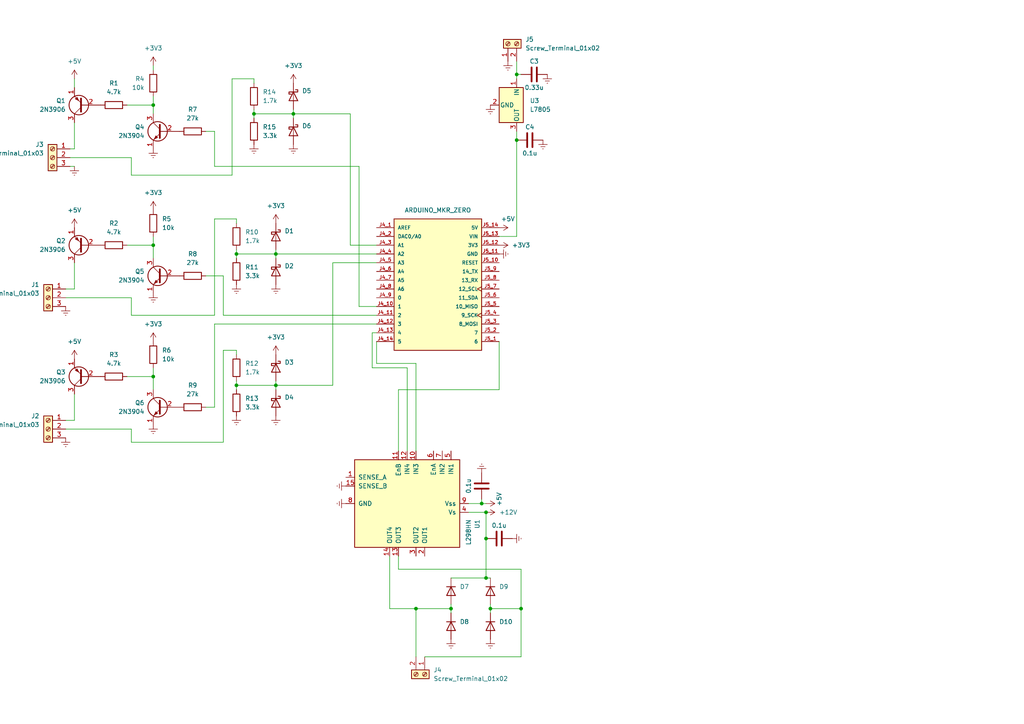
<source format=kicad_sch>
(kicad_sch (version 20211123) (generator eeschema)
  (paper "A4")
  (lib_symbols
    (symbol "ARDUINO_MKR_ZERO:ARDUINO_MKR_ZERO" (pin_names (offset 1.016))
      (property "Reference" "U" (at -12.7 21.082 0))
      (property "Value" "ARDUINO_MKR_ZERO" (at -12.7 -20.32 0))
      (symbol "ARDUINO_MKR_ZERO_0_0"
        (rectangle (start -12.7 -17.78) (end 12.7 20.32) (stroke (width 0.254)) (fill (type background)))
        (pin bidirectional line (at -17.78 17.78 0) (length 5.08) (name "AREF") (number "J4_1"))
        (pin bidirectional line (at -17.78 -5.08 0) (length 5.08) (name "1") (number "J4_10"))
        (pin bidirectional line (at -17.78 -7.62 0) (length 5.08) (name "2") (number "J4_11"))
        (pin bidirectional line (at -17.78 -10.16 0) (length 5.08) (name "3") (number "J4_12"))
        (pin bidirectional line (at -17.78 -12.7 0) (length 5.08) (name "4") (number "J4_13"))
        (pin bidirectional line (at -17.78 -15.24 0) (length 5.08) (name "5") (number "J4_14"))
        (pin bidirectional line (at -17.78 15.24 0) (length 5.08) (name "DAC0/A0") (number "J4_2"))
        (pin bidirectional line (at -17.78 12.7 0) (length 5.08) (name "A1") (number "J4_3"))
        (pin bidirectional line (at -17.78 10.16 0) (length 5.08) (name "A2") (number "J4_4"))
        (pin bidirectional line (at -17.78 7.62 0) (length 5.08) (name "A3") (number "J4_5"))
        (pin bidirectional line (at -17.78 5.08 0) (length 5.08) (name "A4") (number "J4_6"))
        (pin bidirectional line (at -17.78 2.54 0) (length 5.08) (name "A5") (number "J4_7"))
        (pin bidirectional line (at -17.78 0 0) (length 5.08) (name "A6") (number "J4_8"))
        (pin bidirectional line (at -17.78 -2.54 0) (length 5.08) (name "0") (number "J4_9"))
        (pin bidirectional line (at 17.78 -15.24 180) (length 5.08) (name "6") (number "J5_1"))
        (pin bidirectional line (at 17.78 7.62 180) (length 5.08) (name "RESET") (number "J5_10"))
        (pin power_in line (at 17.78 10.16 180) (length 5.08) (name "GND") (number "J5_11"))
        (pin power_in line (at 17.78 12.7 180) (length 5.08) (name "3V3") (number "J5_12"))
        (pin power_in line (at 17.78 15.24 180) (length 5.08) (name "VIN") (number "J5_13"))
        (pin power_in line (at 17.78 17.78 180) (length 5.08) (name "5V") (number "J5_14"))
        (pin bidirectional line (at 17.78 -12.7 180) (length 5.08) (name "7") (number "J5_2"))
        (pin bidirectional line (at 17.78 -10.16 180) (length 5.08) (name "8_MOSI") (number "J5_3"))
        (pin bidirectional clock (at 17.78 -7.62 180) (length 5.08) (name "9_SCK") (number "J5_4"))
        (pin bidirectional line (at 17.78 -5.08 180) (length 5.08) (name "10_MISO") (number "J5_5"))
        (pin bidirectional line (at 17.78 -2.54 180) (length 5.08) (name "11_SDA") (number "J5_6"))
        (pin bidirectional clock (at 17.78 0 180) (length 5.08) (name "12_SCL") (number "J5_7"))
        (pin input line (at 17.78 2.54 180) (length 5.08) (name "13_RX") (number "J5_8"))
        (pin output line (at 17.78 5.08 180) (length 5.08) (name "14_TX") (number "J5_9"))
      )
    )
    (symbol "Connector:Screw_Terminal_01x02" (pin_names (offset 1.016) hide)
      (property "Reference" "J" (at 0 2.54 0))
      (property "Value" "Screw_Terminal_01x02" (at 0 -5.08 0))
      (symbol "Screw_Terminal_01x02_1_1"
        (rectangle (start -1.27 1.27) (end 1.27 -3.81) (stroke (width 0.254)) (fill (type background)))
        (circle (center 0 -2.54) (radius 0.635) (stroke (width 0.1524)))
        (polyline (pts (xy -0.5334 -2.2098) (xy 0.3302 -3.048)) (stroke (width 0.1524)))
        (polyline (pts (xy -0.5334 0.3302) (xy 0.3302 -0.508)) (stroke (width 0.1524)))
        (polyline (pts (xy -0.3556 -2.032) (xy 0.508 -2.8702)) (stroke (width 0.1524)))
        (polyline (pts (xy -0.3556 0.508) (xy 0.508 -0.3302)) (stroke (width 0.1524)))
        (circle (center 0 0) (radius 0.635) (stroke (width 0.1524)))
        (pin passive line (at -5.08 0 0) (length 3.81) (name "Pin_1") (number "1"))
        (pin passive line (at -5.08 -2.54 0) (length 3.81) (name "Pin_2") (number "2"))
      )
    )
    (symbol "Connector:Screw_Terminal_01x03" (pin_names (offset 1.016) hide)
      (property "Reference" "J" (at 0 5.08 0))
      (property "Value" "Screw_Terminal_01x03" (at 0 -5.08 0))
      (symbol "Screw_Terminal_01x03_1_1"
        (rectangle (start -1.27 3.81) (end 1.27 -3.81) (stroke (width 0.254)) (fill (type background)))
        (circle (center 0 -2.54) (radius 0.635) (stroke (width 0.1524)))
        (polyline (pts (xy -0.5334 -2.2098) (xy 0.3302 -3.048)) (stroke (width 0.1524)))
        (polyline (pts (xy -0.5334 0.3302) (xy 0.3302 -0.508)) (stroke (width 0.1524)))
        (polyline (pts (xy -0.5334 2.8702) (xy 0.3302 2.032)) (stroke (width 0.1524)))
        (polyline (pts (xy -0.3556 -2.032) (xy 0.508 -2.8702)) (stroke (width 0.1524)))
        (polyline (pts (xy -0.3556 0.508) (xy 0.508 -0.3302)) (stroke (width 0.1524)))
        (polyline (pts (xy -0.3556 3.048) (xy 0.508 2.2098)) (stroke (width 0.1524)))
        (circle (center 0 0) (radius 0.635) (stroke (width 0.1524)))
        (circle (center 0 2.54) (radius 0.635) (stroke (width 0.1524)))
        (pin passive line (at -5.08 2.54 0) (length 3.81) (name "Pin_1") (number "1"))
        (pin passive line (at -5.08 0 0) (length 3.81) (name "Pin_2") (number "2"))
        (pin passive line (at -5.08 -2.54 0) (length 3.81) (name "Pin_3") (number "3"))
      )
    )
    (symbol "Device:C" (pin_numbers hide) (pin_names (offset 0.254))
      (property "Reference" "C" (at 0.635 2.54 0))
      (property "Value" "C" (at 0.635 -2.54 0))
      (symbol "C_0_1"
        (polyline (pts (xy -2.032 -0.762) (xy 2.032 -0.762)) (stroke (width 0.508)))
        (polyline (pts (xy -2.032 0.762) (xy 2.032 0.762)) (stroke (width 0.508)))
      )
      (symbol "C_1_1"
        (pin passive line (at 0 3.81 270) (length 2.794) (name "~") (number "1"))
        (pin passive line (at 0 -3.81 90) (length 2.794) (name "~") (number "2"))
      )
    )
    (symbol "Device:R" (pin_numbers hide) (pin_names (offset 0))
      (property "Reference" "R" (at 2.032 0 90))
      (property "Value" "R" (at 0 0 90))
      (symbol "R_0_1"
        (rectangle (start -1.016 -2.54) (end 1.016 2.54) (stroke (width 0.254)))
      )
      (symbol "R_1_1"
        (pin passive line (at 0 3.81 270) (length 1.27) (name "~") (number "1"))
        (pin passive line (at 0 -3.81 90) (length 1.27) (name "~") (number "2"))
      )
    )
    (symbol "Diode:1N4007" (pin_numbers hide) (pin_names (offset 1.016) hide)
      (property "Reference" "D" (at 0 2.54 0))
      (property "Value" "1N4007" (at 0 -2.54 0))
      (symbol "1N4007_0_1"
        (polyline (pts (xy -1.27 1.27) (xy -1.27 -1.27)) (stroke (width 0.254)))
        (polyline (pts (xy 1.27 0) (xy -1.27 0)))
        (polyline (pts (xy 1.27 1.27) (xy 1.27 -1.27) (xy -1.27 0) (xy 1.27 1.27)) (stroke (width 0.254)))
      )
      (symbol "1N4007_1_1"
        (pin passive line (at -3.81 0 0) (length 2.54) (name "K") (number "1"))
        (pin passive line (at 3.81 0 180) (length 2.54) (name "A") (number "2"))
      )
    )
    (symbol "Diode:1N5711UR" (pin_numbers hide) (pin_names (offset 1.016) hide)
      (property "Reference" "D" (at 0 2.54 0))
      (property "Value" "1N5711UR" (at 0 -2.54 0))
      (symbol "1N5711UR_0_1"
        (polyline (pts (xy 1.27 0) (xy -1.27 0)))
        (polyline (pts (xy 1.27 1.27) (xy 1.27 -1.27) (xy -1.27 0) (xy 1.27 1.27)) (stroke (width 0.254)))
        (polyline (pts (xy -1.905 0.635) (xy -1.905 1.27) (xy -1.27 1.27) (xy -1.27 -1.27) (xy -0.635 -1.27) (xy -0.635 -0.635)) (stroke (width 0.254)))
      )
      (symbol "1N5711UR_1_1"
        (pin passive line (at -3.81 0 0) (length 2.54) (name "K") (number "1"))
        (pin passive line (at 3.81 0 180) (length 2.54) (name "A") (number "2"))
      )
    )
    (symbol "Driver_Motor:L298HN" (pin_names (offset 1.016))
      (property "Reference" "U" (at -10.16 16.51 0))
      (property "Value" "L298HN" (at 12.7 16.51 0))
      (symbol "L298HN_0_1"
        (rectangle (start -12.7 15.24) (end 12.7 -15.24) (stroke (width 0.254)) (fill (type background)))
      )
      (symbol "L298HN_1_1"
        (pin power_in line (at -7.62 -17.78 90) (length 2.54) (name "SENSE_A") (number "1"))
        (pin input line (at -15.24 2.54 0) (length 2.54) (name "IN3") (number "10"))
        (pin input line (at -15.24 -2.54 0) (length 2.54) (name "EnB") (number "11"))
        (pin input line (at -15.24 0 0) (length 2.54) (name "IN4") (number "12"))
        (pin output line (at 15.24 -2.54 180) (length 2.54) (name "OUT3") (number "13"))
        (pin output line (at 15.24 -5.08 180) (length 2.54) (name "OUT4") (number "14"))
        (pin power_in line (at -5.08 -17.78 90) (length 2.54) (name "SENSE_B") (number "15"))
        (pin output line (at 15.24 5.08 180) (length 2.54) (name "OUT1") (number "2"))
        (pin output line (at 15.24 2.54 180) (length 2.54) (name "OUT2") (number "3"))
        (pin power_in line (at 2.54 17.78 270) (length 2.54) (name "Vs") (number "4"))
        (pin input line (at -15.24 12.7 0) (length 2.54) (name "IN1") (number "5"))
        (pin input line (at -15.24 7.62 0) (length 2.54) (name "EnA") (number "6"))
        (pin input line (at -15.24 10.16 0) (length 2.54) (name "IN2") (number "7"))
        (pin power_in line (at 0 -17.78 90) (length 2.54) (name "GND") (number "8"))
        (pin power_in line (at 0 17.78 270) (length 2.54) (name "Vss") (number "9"))
      )
    )
    (symbol "Regulator_Linear:L7805" (pin_names (offset 0.254))
      (property "Reference" "U" (at -3.81 3.175 0))
      (property "Value" "L7805" (at 0 3.175 0))
      (symbol "L7805_0_1"
        (rectangle (start -5.08 1.905) (end 5.08 -5.08) (stroke (width 0.254)) (fill (type background)))
      )
      (symbol "L7805_1_1"
        (pin power_in line (at -7.62 0 0) (length 2.54) (name "IN") (number "1"))
        (pin power_in line (at 0 -7.62 90) (length 2.54) (name "GND") (number "2"))
        (pin power_out line (at 7.62 0 180) (length 2.54) (name "OUT") (number "3"))
      )
    )
    (symbol "Transistor_BJT:2N3904" (pin_names (offset 0) hide)
      (property "Reference" "Q" (at 5.08 1.905 0))
      (property "Value" "2N3904" (at 5.08 0 0))
      (symbol "2N3904_0_1"
        (polyline (pts (xy 0.635 0.635) (xy 2.54 2.54)))
        (polyline (pts (xy 0.635 -0.635) (xy 2.54 -2.54) (xy 2.54 -2.54)))
        (polyline (pts (xy 0.635 1.905) (xy 0.635 -1.905) (xy 0.635 -1.905)) (stroke (width 0.508)))
        (polyline (pts (xy 1.27 -1.778) (xy 1.778 -1.27) (xy 2.286 -2.286) (xy 1.27 -1.778) (xy 1.27 -1.778)) (fill (type outline)))
        (circle (center 1.27 0) (radius 2.8194) (stroke (width 0.254)))
      )
      (symbol "2N3904_1_1"
        (pin passive line (at 2.54 -5.08 90) (length 2.54) (name "E") (number "1"))
        (pin passive line (at -5.08 0 0) (length 5.715) (name "B") (number "2"))
        (pin passive line (at 2.54 5.08 270) (length 2.54) (name "C") (number "3"))
      )
    )
    (symbol "Transistor_BJT:2N3906" (pin_names (offset 0) hide)
      (property "Reference" "Q" (at 5.08 1.905 0))
      (property "Value" "2N3906" (at 5.08 0 0))
      (symbol "2N3906_0_1"
        (polyline (pts (xy 0.635 0.635) (xy 2.54 2.54)))
        (polyline (pts (xy 0.635 -0.635) (xy 2.54 -2.54) (xy 2.54 -2.54)))
        (polyline (pts (xy 0.635 1.905) (xy 0.635 -1.905) (xy 0.635 -1.905)) (stroke (width 0.508)))
        (polyline (pts (xy 2.286 -1.778) (xy 1.778 -2.286) (xy 1.27 -1.27) (xy 2.286 -1.778) (xy 2.286 -1.778)) (fill (type outline)))
        (circle (center 1.27 0) (radius 2.8194) (stroke (width 0.254)))
      )
      (symbol "2N3906_1_1"
        (pin passive line (at 2.54 -5.08 90) (length 2.54) (name "E") (number "1"))
        (pin input line (at -5.08 0 0) (length 5.715) (name "B") (number "2"))
        (pin passive line (at 2.54 5.08 270) (length 2.54) (name "C") (number "3"))
      )
    )
    (symbol "power:+12V" (power) (pin_names (offset 0))
      (property "Value" "+12V" (at 0 3.556 0))
      (symbol "+12V_0_1"
        (polyline (pts (xy -0.762 1.27) (xy 0 2.54)))
        (polyline (pts (xy 0 0) (xy 0 2.54)))
        (polyline (pts (xy 0 2.54) (xy 0.762 1.27)))
      )
      (symbol "+12V_1_1"
        (pin power_in line (at 0 0 90) (length 0) hide (name "+12V") (number "1"))
      )
    )
    (symbol "power:+3.3V" (power) (pin_names (offset 0))
      (property "Value" "+3.3V" (at 0 3.556 0))
      (symbol "+3.3V_0_1"
        (polyline (pts (xy -0.762 1.27) (xy 0 2.54)))
        (polyline (pts (xy 0 0) (xy 0 2.54)))
        (polyline (pts (xy 0 2.54) (xy 0.762 1.27)))
      )
      (symbol "+3.3V_1_1"
        (pin power_in line (at 0 0 90) (length 0) hide (name "+3V3") (number "1"))
      )
    )
    (symbol "power:+5V" (power) (pin_names (offset 0))
      (property "Value" "+5V" (at 0 3.556 0))
      (symbol "+5V_0_1"
        (polyline (pts (xy -0.762 1.27) (xy 0 2.54)))
        (polyline (pts (xy 0 0) (xy 0 2.54)))
        (polyline (pts (xy 0 2.54) (xy 0.762 1.27)))
      )
      (symbol "+5V_1_1"
        (pin power_in line (at 0 0 90) (length 0) hide (name "+5V") (number "1"))
      )
    )
    (symbol "power:Earth" (power) (pin_names (offset 0))
      (symbol "Earth_0_1"
        (polyline (pts (xy -0.635 -1.905) (xy 0.635 -1.905)))
        (polyline (pts (xy -0.127 -2.54) (xy 0.127 -2.54)))
        (polyline (pts (xy 0 -1.27) (xy 0 0)))
        (polyline (pts (xy 1.27 -1.27) (xy -1.27 -1.27)))
      )
      (symbol "Earth_1_1"
        (pin power_in line (at 0 0 270) (length 0) hide (name "Earth") (number "1"))
      )
    )
  )
  (junction (at 80.01 111.76))
  (junction (at 140.97 156.21))
  (junction (at 139.7 146.05))
  (junction (at 142.24 176.53))
  (junction (at 140.97 148.59))
  (junction (at 120.65 176.53))
  (junction (at 44.45 30.48))
  (junction (at 68.58 111.76))
  (junction (at 44.45 71.12))
  (junction (at 130.81 176.53))
  (junction (at 149.86 40.64))
  (junction (at 151.13 176.53))
  (junction (at 73.66 33.02))
  (junction (at 149.86 21.59))
  (junction (at 44.45 109.22))
  (junction (at 68.58 73.66))
  (junction (at 85.09 33.02))
  (junction (at 140.97 167.64))
  (junction (at 80.01 73.66))
  (wire (pts (xy 19.05 124.46) (xy 38.1 124.46)))
  (wire (pts (xy 38.1 124.46) (xy 38.1 128.27)))
  (wire (pts (xy 19.05 83.82) (xy 21.59 83.82)))
  (wire (pts (xy 142.24 176.53) (xy 142.24 177.8)))
  (wire (pts (xy 120.65 190.5) (xy 120.65 176.53)))
  (wire (pts (xy 68.58 110.49) (xy 68.58 111.76)))
  (wire (pts (xy 113.03 176.53) (xy 120.65 176.53)))
  (wire (pts (xy 73.66 22.86) (xy 73.66 24.13)))
  (wire (pts (xy 38.1 45.72) (xy 38.1 50.8)))
  (wire (pts (xy 130.81 176.53) (xy 130.81 177.8)))
  (wire (pts (xy 68.58 63.5) (xy 68.58 64.77)))
  (wire (pts (xy 140.97 156.21) (xy 140.97 167.64)))
  (wire (pts (xy 130.81 175.26) (xy 130.81 176.53)))
  (wire (pts (xy 62.23 118.11) (xy 62.23 93.98)))
  (wire (pts (xy 104.14 48.26) (xy 104.14 88.9)))
  (wire (pts (xy 149.86 40.64) (xy 149.86 68.58)))
  (wire (pts (xy 149.86 68.58) (xy 144.78 68.58)))
  (wire (pts (xy 118.11 106.68) (xy 107.95 106.68)))
  (wire (pts (xy 62.23 91.44) (xy 62.23 63.5)))
  (wire (pts (xy 73.66 33.02) (xy 85.09 33.02)))
  (wire (pts (xy 68.58 111.76) (xy 80.01 111.76)))
  (wire (pts (xy 62.23 48.26) (xy 104.14 48.26)))
  (wire (pts (xy 142.24 175.26) (xy 142.24 176.53)))
  (wire (pts (xy 96.52 111.76) (xy 96.52 76.2)))
  (wire (pts (xy 20.32 45.72) (xy 38.1 45.72)))
  (wire (pts (xy 68.58 101.6) (xy 68.58 102.87)))
  (wire (pts (xy 21.59 43.18) (xy 20.32 43.18)))
  (wire (pts (xy 67.31 50.8) (xy 67.31 22.86)))
  (wire (pts (xy 80.01 110.49) (xy 80.01 111.76)))
  (wire (pts (xy 140.97 148.59) (xy 140.97 156.21)))
  (wire (pts (xy 21.59 48.26) (xy 20.32 48.26)))
  (wire (pts (xy 115.57 165.1) (xy 151.13 165.1)))
  (wire (pts (xy 19.05 86.36) (xy 38.1 86.36)))
  (wire (pts (xy 142.24 167.64) (xy 140.97 167.64)))
  (wire (pts (xy 140.97 146.05) (xy 139.7 146.05)))
  (wire (pts (xy 104.14 88.9) (xy 109.22 88.9)))
  (wire (pts (xy 64.77 128.27) (xy 64.77 101.6)))
  (wire (pts (xy 107.95 96.52) (xy 109.22 96.52)))
  (wire (pts (xy 139.7 146.05) (xy 135.89 146.05)))
  (wire (pts (xy 85.09 33.02) (xy 101.6 33.02)))
  (wire (pts (xy 149.86 17.78) (xy 149.86 21.59)))
  (wire (pts (xy 130.81 167.64) (xy 140.97 167.64)))
  (wire (pts (xy 44.45 19.05) (xy 44.45 20.32)))
  (wire (pts (xy 115.57 113.03) (xy 144.78 113.03)))
  (wire (pts (xy 68.58 73.66) (xy 68.58 74.93)))
  (wire (pts (xy 21.59 22.86) (xy 21.59 25.4)))
  (wire (pts (xy 139.7 144.78) (xy 139.7 146.05)))
  (wire (pts (xy 135.89 148.59) (xy 140.97 148.59)))
  (wire (pts (xy 62.23 38.1) (xy 62.23 48.26)))
  (wire (pts (xy 80.01 111.76) (xy 80.01 113.03)))
  (wire (pts (xy 44.45 71.12) (xy 44.45 74.93)))
  (wire (pts (xy 149.86 21.59) (xy 151.13 21.59)))
  (wire (pts (xy 64.77 101.6) (xy 68.58 101.6)))
  (wire (pts (xy 120.65 105.41) (xy 109.22 105.41)))
  (wire (pts (xy 21.59 76.2) (xy 21.59 83.82)))
  (wire (pts (xy 38.1 91.44) (xy 62.23 91.44)))
  (wire (pts (xy 62.23 63.5) (xy 68.58 63.5)))
  (wire (pts (xy 151.13 165.1) (xy 151.13 176.53)))
  (wire (pts (xy 44.45 30.48) (xy 36.83 30.48)))
  (wire (pts (xy 62.23 93.98) (xy 109.22 93.98)))
  (wire (pts (xy 21.59 114.3) (xy 21.59 121.92)))
  (wire (pts (xy 67.31 22.86) (xy 73.66 22.86)))
  (wire (pts (xy 80.01 73.66) (xy 80.01 74.93)))
  (wire (pts (xy 21.59 35.56) (xy 21.59 43.18)))
  (wire (pts (xy 80.01 73.66) (xy 109.22 73.66)))
  (wire (pts (xy 144.78 113.03) (xy 144.78 99.06)))
  (wire (pts (xy 38.1 50.8) (xy 67.31 50.8)))
  (wire (pts (xy 115.57 161.29) (xy 115.57 165.1)))
  (wire (pts (xy 73.66 33.02) (xy 73.66 34.29)))
  (wire (pts (xy 149.86 38.1) (xy 149.86 40.64)))
  (wire (pts (xy 115.57 130.81) (xy 115.57 113.03)))
  (wire (pts (xy 19.05 121.92) (xy 21.59 121.92)))
  (wire (pts (xy 151.13 176.53) (xy 142.24 176.53)))
  (wire (pts (xy 44.45 27.94) (xy 44.45 30.48)))
  (wire (pts (xy 59.69 38.1) (xy 62.23 38.1)))
  (wire (pts (xy 96.52 76.2) (xy 109.22 76.2)))
  (wire (pts (xy 118.11 130.81) (xy 118.11 106.68)))
  (wire (pts (xy 113.03 161.29) (xy 113.03 176.53)))
  (wire (pts (xy 85.09 33.02) (xy 85.09 34.29)))
  (wire (pts (xy 68.58 73.66) (xy 80.01 73.66)))
  (wire (pts (xy 107.95 106.68) (xy 107.95 96.52)))
  (wire (pts (xy 44.45 71.12) (xy 36.83 71.12)))
  (wire (pts (xy 44.45 109.22) (xy 36.83 109.22)))
  (wire (pts (xy 123.19 190.5) (xy 151.13 190.5)))
  (wire (pts (xy 80.01 111.76) (xy 96.52 111.76)))
  (wire (pts (xy 120.65 130.81) (xy 120.65 105.41)))
  (wire (pts (xy 38.1 86.36) (xy 38.1 91.44)))
  (wire (pts (xy 44.45 68.58) (xy 44.45 71.12)))
  (wire (pts (xy 80.01 72.39) (xy 80.01 73.66)))
  (wire (pts (xy 109.22 105.41) (xy 109.22 99.06)))
  (wire (pts (xy 101.6 71.12) (xy 109.22 71.12)))
  (wire (pts (xy 68.58 111.76) (xy 68.58 113.03)))
  (wire (pts (xy 101.6 33.02) (xy 101.6 71.12)))
  (wire (pts (xy 68.58 72.39) (xy 68.58 73.66)))
  (wire (pts (xy 44.45 106.68) (xy 44.45 109.22)))
  (wire (pts (xy 59.69 118.11) (xy 62.23 118.11)))
  (wire (pts (xy 73.66 31.75) (xy 73.66 33.02)))
  (wire (pts (xy 44.45 30.48) (xy 44.45 33.02)))
  (wire (pts (xy 64.77 91.44) (xy 109.22 91.44)))
  (wire (pts (xy 64.77 80.01) (xy 64.77 91.44)))
  (wire (pts (xy 44.45 109.22) (xy 44.45 113.03)))
  (wire (pts (xy 149.86 21.59) (xy 149.86 22.86)))
  (wire (pts (xy 85.09 31.75) (xy 85.09 33.02)))
  (wire (pts (xy 120.65 176.53) (xy 130.81 176.53)))
  (wire (pts (xy 151.13 190.5) (xy 151.13 176.53)))
  (wire (pts (xy 59.69 80.01) (xy 64.77 80.01)))
  (wire (pts (xy 38.1 128.27) (xy 64.77 128.27)))
  (symbol (lib_id "power:Earth") (at 19.05 127 0) (mirror y) (unit 1)
    (property "Reference" "#PWR0125" (effects hide))
    (property "Value" "Earth" (effects hide))
  )
  (symbol (lib_id "power:+5V") (at 140.97 146.05 270) (unit 1)
    (property "Reference" "#PWR0133" (effects hide))
    (property "Value" "+5V" (at 144.78 144.78 0))
  )
  (symbol (lib_id "Device:R") (at 44.45 24.13 0) (mirror x) (unit 1)
    (property "Reference" "R4" (at 41.91 22.8599 0) (effects (justify right)))
    (property "Value" "10k" (at 41.91 25.3999 0) (effects (justify right)))
    (property "Footprint" "Resistor_SMD:R_1206_3216Metric_Pad1.30x1.75mm_HandSolder" (effects hide))
  )
  (symbol (lib_id "Diode:1N5711UR") (at 80.01 116.84 270) (unit 1)
    (property "Reference" "D4" (at 82.55 115.2524 90) (effects (justify left)))
    (property "Value" "1N5711UR" (effects hide))
    (property "Footprint" "Diode_SMD:D_1206_3216Metric_Pad1.42x1.75mm_HandSolder" (effects hide))
    (property "Datasheet" "https://www.microsemi.com/document-portal/doc_download/131890-lds-0040-1-datasheet" (effects hide))
  )
  (symbol (lib_id "Diode:1N5711UR") (at 80.01 68.58 270) (unit 1)
    (property "Reference" "D1" (at 82.55 66.9924 90) (effects (justify left)))
    (property "Value" "1N5711UR" (effects hide))
    (property "Footprint" "Diode_SMD:D_1206_3216Metric_Pad1.42x1.75mm_HandSolder" (effects hide))
    (property "Datasheet" "https://www.microsemi.com/document-portal/doc_download/131890-lds-0040-1-datasheet" (effects hide))
  )
  (symbol (lib_id "power:Earth") (at 147.32 17.78 0) (unit 1)
    (property "Reference" "#PWR0103" (effects hide))
    (property "Value" "Earth" (effects hide))
  )
  (symbol (lib_id "Regulator_Linear:L7805") (at 149.86 30.48 270) (unit 1)
    (property "Reference" "U3" (at 153.67 29.2099 90) (effects (justify left)))
    (property "Value" "L7805" (at 153.67 31.7499 90) (effects (justify left)))
    (property "Footprint" "Package_TO_SOT_THT:TO-220-3_Vertical" (effects hide))
    (property "Datasheet" "http://www.st.com/content/ccc/resource/technical/document/datasheet/41/4f/b3/b0/12/d4/47/88/CD00000444.pdf/files/CD00000444.pdf/jcr:content/translations/en.CD00000444.pdf" (effects hide))
  )
  (symbol (lib_id "power:Earth") (at 68.58 120.65 0) (mirror y) (unit 1)
    (property "Reference" "#PWR0120" (effects hide))
    (property "Value" "Earth" (effects hide))
  )
  (symbol (lib_id "power:Earth") (at 44.45 123.19 0) (mirror y) (unit 1)
    (property "Reference" "#PWR0122" (effects hide))
    (property "Value" "Earth" (effects hide))
  )
  (symbol (lib_id "Device:C") (at 153.67 40.64 90) (unit 1)
    (property "Reference" "C4" (at 153.67 36.83 90))
    (property "Value" "0.1u" (at 153.67 44.45 90))
    (property "Footprint" "Capacitor_SMD:C_1206_3216Metric_Pad1.33x1.80mm_HandSolder" (effects hide))
  )
  (symbol (lib_id "Transistor_BJT:2N3904") (at 46.99 80.01 0) (mirror y) (unit 1)
    (property "Reference" "Q5" (at 41.91 78.7399 0) (effects (justify left)))
    (property "Value" "2N3904" (at 41.91 81.2799 0) (effects (justify left)))
    (property "Footprint" "Package_TO_SOT_SMD:SOT-23" (effects hide))
    (property "Datasheet" "https://www.onsemi.com/pub/Collateral/2N3903-D.PDF" (effects hide))
  )
  (symbol (lib_id "power:+5V") (at 21.59 22.86 0) (unit 1)
    (property "Reference" "#PWR0114" (effects hide))
    (property "Value" "+5V" (at 21.59 17.78 0))
  )
  (symbol (lib_id "Device:R") (at 55.88 118.11 90) (mirror x) (unit 1)
    (property "Reference" "R9" (at 55.88 111.76 90))
    (property "Value" "27k" (at 55.88 114.3 90))
    (property "Footprint" "Resistor_SMD:R_1206_3216Metric_Pad1.30x1.75mm_HandSolder" (effects hide))
  )
  (symbol (lib_id "power:Earth") (at 139.7 137.16 180) (unit 1)
    (property "Reference" "#PWR0130" (effects hide))
    (property "Value" "Earth" (effects hide))
  )
  (symbol (lib_id "power:Earth") (at 44.45 85.09 0) (mirror y) (unit 1)
    (property "Reference" "#PWR0123" (effects hide))
    (property "Value" "Earth" (effects hide))
  )
  (symbol (lib_id "power:+3.3V") (at 80.01 102.87 0) (unit 1)
    (property "Reference" "#PWR0118" (effects hide))
    (property "Value" "+3.3V" (at 80.01 97.79 0))
  )
  (symbol (lib_id "Connector:Screw_Terminal_01x02") (at 123.19 195.58 270) (unit 1)
    (property "Reference" "J4" (at 125.73 194.3099 90) (effects (justify left)))
    (property "Value" "Screw_Terminal_01x02" (at 125.73 196.8499 90) (effects (justify left)))
    (property "Footprint" "TerminalBlock_Phoenix:TerminalBlock_Phoenix_MKDS-1,5-2_1x02_P5.00mm_Horizontal" (effects hide))
  )
  (symbol (lib_id "power:Earth") (at 80.01 120.65 0) (mirror y) (unit 1)
    (property "Reference" "#PWR0121" (effects hide))
    (property "Value" "Earth" (effects hide))
  )
  (symbol (lib_id "Driver_Motor:L298HN") (at 118.11 146.05 270) (unit 1)
    (property "Reference" "U1" (at 138.43 150.6094 0) (effects (justify left)))
    (property "Value" "L298HN" (at 135.89 150.6094 0) (effects (justify left)))
    (property "Footprint" "Package_TO_SOT_THT:TO-220-15_P2.54x2.54mm_StaggerOdd_Lead4.58mm_Vertical" (effects hide))
    (property "Datasheet" "http://www.st.com/st-web-ui/static/active/en/resource/technical/document/datasheet/CD00000240.pdf" (effects hide))
  )
  (symbol (lib_id "Diode:1N4007") (at 142.24 171.45 270) (unit 1)
    (property "Reference" "D9" (at 144.78 170.1799 90) (effects (justify left)))
    (property "Value" "1N4007" (effects hide))
    (property "Footprint" "Diode_SMD:D_1206_3216Metric_Pad1.42x1.75mm_HandSolder" (effects hide))
    (property "Datasheet" "http://www.vishay.com/docs/88503/1n4001.pdf" (effects hide))
  )
  (symbol (lib_id "Device:R") (at 33.02 109.22 270) (mirror x) (unit 1)
    (property "Reference" "R3" (at 33.02 102.87 90))
    (property "Value" "4.7k" (at 33.02 105.41 90))
    (property "Footprint" "Resistor_SMD:R_1206_3216Metric_Pad1.30x1.75mm_HandSolder" (effects hide))
  )
  (symbol (lib_id "Device:R") (at 44.45 64.77 0) (mirror y) (unit 1)
    (property "Reference" "R5" (at 46.99 63.4999 0) (effects (justify right)))
    (property "Value" "10k" (at 46.99 66.0399 0) (effects (justify right)))
    (property "Footprint" "Resistor_SMD:R_1206_3216Metric_Pad1.30x1.75mm_HandSolder" (effects hide))
  )
  (symbol (lib_id "Device:R") (at 68.58 116.84 0) (mirror y) (unit 1)
    (property "Reference" "R13" (at 71.12 115.5699 0) (effects (justify right)))
    (property "Value" "3.3k" (at 71.12 118.1099 0) (effects (justify right)))
    (property "Footprint" "Resistor_SMD:R_1206_3216Metric_Pad1.30x1.75mm_HandSolder" (effects hide))
  )
  (symbol (lib_id "ARDUINO_MKR_ZERO:ARDUINO_MKR_ZERO") (at 127 83.82 0) (unit 1)
    (property "Reference" "U2" (effects hide))
    (property "Value" "ARDUINO_MKR_ZERO" (at 127 60.96 0))
    (property "Footprint" "MODULE_ARDUINO_MKR_ZERO" (effects hide))
    (property "MAXIMUM_PACKAGE_HEIGHT" "N/A" (effects hide))
    (property "PARTREV" "N/A" (effects hide))
    (property "MANUFACTURER" "Arduino" (effects hide))
    (property "STANDARD" "Manufacturer Recommendations" (effects hide))
  )
  (symbol (lib_id "power:Earth") (at 85.09 41.91 0) (mirror y) (unit 1)
    (property "Reference" "#PWR0111" (effects hide))
    (property "Value" "Earth" (effects hide))
  )
  (symbol (lib_id "Device:R") (at 33.02 30.48 270) (mirror x) (unit 1)
    (property "Reference" "R1" (at 33.02 24.13 90))
    (property "Value" "4.7k" (at 33.02 26.67 90))
    (property "Footprint" "Resistor_SMD:R_1206_3216Metric_Pad1.30x1.75mm_HandSolder" (effects hide))
  )
  (symbol (lib_id "power:+3.3V") (at 44.45 99.06 0) (unit 1)
    (property "Reference" "#PWR0127" (effects hide))
    (property "Value" "+3.3V" (at 44.45 93.98 0))
  )
  (symbol (lib_id "power:Earth") (at 21.59 48.26 0) (mirror y) (unit 1)
    (property "Reference" "#PWR0112" (effects hide))
    (property "Value" "Earth" (effects hide))
  )
  (symbol (lib_id "power:+5V") (at 144.78 66.04 270) (unit 1)
    (property "Reference" "#PWR0136" (effects hide))
    (property "Value" "+5V" (at 147.32 63.5 90))
  )
  (symbol (lib_id "Diode:1N4007") (at 142.24 181.61 270) (unit 1)
    (property "Reference" "D10" (at 144.78 180.3399 90) (effects (justify left)))
    (property "Value" "1N4007" (effects hide))
    (property "Footprint" "Diode_SMD:D_1206_3216Metric_Pad1.42x1.75mm_HandSolder" (effects hide))
    (property "Datasheet" "http://www.vishay.com/docs/88503/1n4001.pdf" (effects hide))
  )
  (symbol (lib_id "Connector:Screw_Terminal_01x03") (at 13.97 124.46 0) (mirror y) (unit 1)
    (property "Reference" "J2" (at 11.43 120.65 0) (effects (justify left)))
    (property "Value" "Screw_Terminal_01x03" (at 11.43 123.19 0) (effects (justify left)))
    (property "Footprint" "TerminalBlock_Phoenix:TerminalBlock_Phoenix_MKDS-1,5-3_1x03_P5.00mm_Horizontal" (effects hide))
    (property "Spice_Primitive" "J" (effects hide))
    (property "Spice_Model" "Screw_Terminal_01x03" (effects hide))
    (property "Spice_Netlist_Enabled" "Y" (effects hide))
    (property "Spice_Lib_File" "phoen" (effects hide))
  )
  (symbol (lib_id "Device:C") (at 139.7 140.97 180) (unit 1)
    (property "Reference" "C1" (effects hide))
    (property "Value" "0.1u" (at 135.89 140.97 90))
    (property "Footprint" "Capacitor_SMD:C_1206_3216Metric_Pad1.33x1.80mm_HandSolder" (effects hide))
  )
  (symbol (lib_id "power:+5V") (at 21.59 104.14 0) (unit 1)
    (property "Reference" "#PWR0126" (effects hide))
    (property "Value" "+5V" (at 21.59 99.06 0))
  )
  (symbol (lib_id "power:+3.3V") (at 44.45 19.05 0) (unit 1)
    (property "Reference" "#PWR0115" (effects hide))
    (property "Value" "+3.3V" (at 44.45 13.97 0))
  )
  (symbol (lib_id "Device:R") (at 68.58 68.58 0) (mirror y) (unit 1)
    (property "Reference" "R10" (at 71.12 67.3099 0) (effects (justify right)))
    (property "Value" "1.7k" (at 71.12 69.8499 0) (effects (justify right)))
    (property "Footprint" "Resistor_SMD:R_1206_3216Metric_Pad1.30x1.75mm_HandSolder" (effects hide))
  )
  (symbol (lib_id "power:Earth") (at 19.05 88.9 0) (mirror y) (unit 1)
    (property "Reference" "#PWR0124" (effects hide))
    (property "Value" "Earth" (effects hide))
  )
  (symbol (lib_id "power:+5V") (at 21.59 66.04 0) (unit 1)
    (property "Reference" "#PWR0113" (effects hide))
    (property "Value" "+5V" (at 21.59 60.96 0))
  )
  (symbol (lib_id "Diode:1N5711UR") (at 80.01 78.74 270) (unit 1)
    (property "Reference" "D2" (at 82.55 77.1524 90) (effects (justify left)))
    (property "Value" "1N5711UR" (effects hide))
    (property "Footprint" "Diode_SMD:D_1206_3216Metric_Pad1.42x1.75mm_HandSolder" (effects hide))
    (property "Datasheet" "https://www.microsemi.com/document-portal/doc_download/131890-lds-0040-1-datasheet" (effects hide))
  )
  (symbol (lib_id "power:Earth") (at 148.59 156.21 90) (unit 1)
    (property "Reference" "#PWR0132" (effects hide))
    (property "Value" "Earth" (effects hide))
  )
  (symbol (lib_id "power:Earth") (at 142.24 30.48 0) (unit 1)
    (property "Reference" "#PWR0107" (effects hide))
    (property "Value" "Earth" (effects hide))
  )
  (symbol (lib_id "Device:R") (at 44.45 102.87 0) (mirror y) (unit 1)
    (property "Reference" "R6" (at 46.99 101.5999 0) (effects (justify right)))
    (property "Value" "10k" (at 46.99 104.1399 0) (effects (justify right)))
    (property "Footprint" "Resistor_SMD:R_1206_3216Metric_Pad1.30x1.75mm_HandSolder" (effects hide))
  )
  (symbol (lib_id "Connector:Screw_Terminal_01x03") (at 13.97 86.36 0) (mirror y) (unit 1)
    (property "Reference" "J1" (at 11.43 82.55 0) (effects (justify left)))
    (property "Value" "Screw_Terminal_01x03" (at 11.43 85.09 0) (effects (justify left)))
    (property "Footprint" "TerminalBlock_Phoenix:TerminalBlock_Phoenix_MKDS-1,5-3_1x03_P5.00mm_Horizontal" (effects hide))
    (property "Spice_Primitive" "J" (effects hide))
    (property "Spice_Model" "Screw_Terminal_01x03" (effects hide))
    (property "Spice_Netlist_Enabled" "Y" (effects hide))
    (property "Spice_Lib_File" "phoen" (effects hide))
  )
  (symbol (lib_id "power:Earth") (at 100.33 140.97 270) (unit 1)
    (property "Reference" "#PWR0129" (effects hide))
    (property "Value" "Earth" (effects hide))
  )
  (symbol (lib_id "Device:C") (at 144.78 156.21 90) (unit 1)
    (property "Reference" "C2" (effects hide))
    (property "Value" "0.1u" (at 144.78 152.4 90))
    (property "Footprint" "Capacitor_SMD:C_1206_3216Metric_Pad1.33x1.80mm_HandSolder" (effects hide))
  )
  (symbol (lib_id "power:Earth") (at 100.33 146.05 270) (unit 1)
    (property "Reference" "#PWR0131" (effects hide))
    (property "Value" "Earth" (effects hide))
  )
  (symbol (lib_id "Transistor_BJT:2N3904") (at 46.99 38.1 0) (mirror y) (unit 1)
    (property "Reference" "Q4" (at 41.91 36.8299 0) (effects (justify left)))
    (property "Value" "2N3904" (at 41.91 39.3699 0) (effects (justify left)))
    (property "Footprint" "Package_TO_SOT_SMD:SOT-23" (effects hide))
    (property "Datasheet" "https://www.onsemi.com/pub/Collateral/2N3903-D.PDF" (effects hide))
  )
  (symbol (lib_id "Device:R") (at 73.66 38.1 0) (mirror y) (unit 1)
    (property "Reference" "R15" (at 76.2 36.8299 0) (effects (justify right)))
    (property "Value" "3.3k" (at 76.2 39.3699 0) (effects (justify right)))
    (property "Footprint" "Resistor_SMD:R_1206_3216Metric_Pad1.30x1.75mm_HandSolder" (effects hide))
  )
  (symbol (lib_id "power:+12V") (at 140.97 148.59 270) (unit 1)
    (property "Reference" "#PWR0134" (effects hide))
    (property "Value" "+12V" (at 144.78 148.5899 90) (effects (justify left)))
  )
  (symbol (lib_id "Transistor_BJT:2N3906") (at 24.13 109.22 180) (unit 1)
    (property "Reference" "Q3" (at 19.05 107.9499 0) (effects (justify left)))
    (property "Value" "2N3906" (at 19.05 110.4899 0) (effects (justify left)))
    (property "Footprint" "Package_TO_SOT_SMD:SOT-23" (effects hide))
    (property "Datasheet" "https://www.onsemi.com/pub/Collateral/2N3906-D.PDF" (effects hide))
  )
  (symbol (lib_id "power:Earth") (at 130.81 185.42 0) (unit 1)
    (property "Reference" "#PWR0101" (effects hide))
    (property "Value" "Earth" (effects hide))
  )
  (symbol (lib_id "Device:R") (at 55.88 80.01 90) (mirror x) (unit 1)
    (property "Reference" "R8" (at 55.88 73.66 90))
    (property "Value" "27k" (at 55.88 76.2 90))
    (property "Footprint" "Resistor_SMD:R_1206_3216Metric_Pad1.30x1.75mm_HandSolder" (effects hide))
  )
  (symbol (lib_id "power:Earth") (at 73.66 41.91 0) (mirror y) (unit 1)
    (property "Reference" "#PWR0105" (effects hide))
    (property "Value" "Earth" (effects hide))
  )
  (symbol (lib_id "power:Earth") (at 158.75 21.59 0) (unit 1)
    (property "Reference" "#PWR0104" (effects hide))
    (property "Value" "Earth" (effects hide))
  )
  (symbol (lib_id "Device:R") (at 55.88 38.1 90) (mirror x) (unit 1)
    (property "Reference" "R7" (at 55.88 31.75 90))
    (property "Value" "27k" (at 55.88 34.29 90))
    (property "Footprint" "Resistor_SMD:R_1206_3216Metric_Pad1.30x1.75mm_HandSolder" (effects hide))
  )
  (symbol (lib_id "power:Earth") (at 157.48 40.64 0) (unit 1)
    (property "Reference" "#PWR0108" (effects hide))
    (property "Value" "Earth" (effects hide))
  )
  (symbol (lib_id "power:Earth") (at 80.01 82.55 0) (mirror y) (unit 1)
    (property "Reference" "#PWR0119" (effects hide))
    (property "Value" "Earth" (effects hide))
  )
  (symbol (lib_id "Diode:1N5711UR") (at 80.01 106.68 270) (unit 1)
    (property "Reference" "D3" (at 82.55 105.0924 90) (effects (justify left)))
    (property "Value" "1N5711UR" (effects hide))
    (property "Footprint" "Diode_SMD:D_1206_3216Metric_Pad1.42x1.75mm_HandSolder" (effects hide))
    (property "Datasheet" "https://www.microsemi.com/document-portal/doc_download/131890-lds-0040-1-datasheet" (effects hide))
  )
  (symbol (lib_id "power:Earth") (at 68.58 82.55 0) (mirror y) (unit 1)
    (property "Reference" "#PWR0128" (effects hide))
    (property "Value" "Earth" (effects hide))
  )
  (symbol (lib_id "Diode:1N4007") (at 130.81 171.45 270) (unit 1)
    (property "Reference" "D7" (at 133.35 170.1799 90) (effects (justify left)))
    (property "Value" "1N4007" (effects hide))
    (property "Footprint" "Diode_SMD:D_1206_3216Metric_Pad1.42x1.75mm_HandSolder" (effects hide))
    (property "Datasheet" "http://www.vishay.com/docs/88503/1n4001.pdf" (effects hide))
  )
  (symbol (lib_id "Device:R") (at 33.02 71.12 270) (mirror x) (unit 1)
    (property "Reference" "R2" (at 33.02 64.77 90))
    (property "Value" "4.7k" (at 33.02 67.31 90))
    (property "Footprint" "Resistor_SMD:R_1206_3216Metric_Pad1.30x1.75mm_HandSolder" (effects hide))
  )
  (symbol (lib_id "Diode:1N4007") (at 130.81 181.61 270) (unit 1)
    (property "Reference" "D8" (at 133.35 180.3399 90) (effects (justify left)))
    (property "Value" "1N4007" (effects hide))
    (property "Footprint" "Diode_SMD:D_1206_3216Metric_Pad1.42x1.75mm_HandSolder" (effects hide))
    (property "Datasheet" "http://www.vishay.com/docs/88503/1n4001.pdf" (effects hide))
  )
  (symbol (lib_id "power:+3.3V") (at 44.45 60.96 0) (unit 1)
    (property "Reference" "#PWR0116" (effects hide))
    (property "Value" "+3.3V" (at 44.45 55.88 0))
  )
  (symbol (lib_id "Connector:Screw_Terminal_01x02") (at 147.32 12.7 90) (unit 1)
    (property "Reference" "J5" (at 152.4 11.4299 90) (effects (justify right)))
    (property "Value" "Screw_Terminal_01x02" (at 152.4 13.9699 90) (effects (justify right)))
    (property "Footprint" "TerminalBlock_Phoenix:TerminalBlock_Phoenix_MKDS-1,5-2_1x02_P5.00mm_Horizontal" (effects hide))
  )
  (symbol (lib_id "Transistor_BJT:2N3904") (at 46.99 118.11 0) (mirror y) (unit 1)
    (property "Reference" "Q6" (at 41.91 116.8399 0) (effects (justify left)))
    (property "Value" "2N3904" (at 41.91 119.3799 0) (effects (justify left)))
    (property "Footprint" "Package_TO_SOT_SMD:SOT-23" (effects hide))
    (property "Datasheet" "https://www.onsemi.com/pub/Collateral/2N3903-D.PDF" (effects hide))
  )
  (symbol (lib_id "Device:R") (at 68.58 106.68 0) (mirror y) (unit 1)
    (property "Reference" "R12" (at 71.12 105.4099 0) (effects (justify right)))
    (property "Value" "1.7k" (at 71.12 107.9499 0) (effects (justify right)))
    (property "Footprint" "Resistor_SMD:R_1206_3216Metric_Pad1.30x1.75mm_HandSolder" (effects hide))
  )
  (symbol (lib_id "Transistor_BJT:2N3906") (at 24.13 30.48 180) (unit 1)
    (property "Reference" "Q1" (at 19.05 29.2099 0) (effects (justify left)))
    (property "Value" "2N3906" (at 19.05 31.7499 0) (effects (justify left)))
    (property "Footprint" "Package_TO_SOT_SMD:SOT-23" (effects hide))
    (property "Datasheet" "https://www.onsemi.com/pub/Collateral/2N3906-D.PDF" (effects hide))
  )
  (symbol (lib_id "power:Earth") (at 44.45 43.18 0) (mirror y) (unit 1)
    (property "Reference" "#PWR0117" (effects hide))
    (property "Value" "Earth" (effects hide))
  )
  (symbol (lib_id "power:+3.3V") (at 144.78 71.12 270) (unit 1)
    (property "Reference" "#PWR0109" (effects hide))
    (property "Value" "+3.3V" (at 151.13 71.12 90))
  )
  (symbol (lib_id "power:Earth") (at 144.78 73.66 90) (mirror x) (unit 1)
    (property "Reference" "#PWR0135" (effects hide))
    (property "Value" "Earth" (effects hide))
  )
  (symbol (lib_id "Device:R") (at 73.66 27.94 0) (mirror y) (unit 1)
    (property "Reference" "R14" (at 76.2 26.6699 0) (effects (justify right)))
    (property "Value" "1.7k" (at 76.2 29.2099 0) (effects (justify right)))
    (property "Footprint" "Resistor_SMD:R_1206_3216Metric_Pad1.30x1.75mm_HandSolder" (effects hide))
  )
  (symbol (lib_id "Connector:Screw_Terminal_01x03") (at 15.24 45.72 0) (mirror y) (unit 1)
    (property "Reference" "J3" (at 12.7 41.91 0) (effects (justify left)))
    (property "Value" "Screw_Terminal_01x03" (at 12.7 44.45 0) (effects (justify left)))
    (property "Footprint" "TerminalBlock_Phoenix:TerminalBlock_Phoenix_MKDS-1,5-3_1x03_P5.00mm_Horizontal" (effects hide))
    (property "Spice_Primitive" "J" (effects hide))
    (property "Spice_Model" "Screw_Terminal_01x03" (effects hide))
    (property "Spice_Netlist_Enabled" "Y" (effects hide))
    (property "Spice_Lib_File" "phoen" (effects hide))
  )
  (symbol (lib_id "Device:R") (at 68.58 78.74 0) (mirror y) (unit 1)
    (property "Reference" "R11" (at 71.12 77.4699 0) (effects (justify right)))
    (property "Value" "3.3k" (at 71.12 80.0099 0) (effects (justify right)))
    (property "Footprint" "Resistor_SMD:R_1206_3216Metric_Pad1.30x1.75mm_HandSolder" (effects hide))
  )
  (symbol (lib_id "power:+3.3V") (at 80.01 64.77 0) (unit 1)
    (property "Reference" "#PWR0106" (effects hide))
    (property "Value" "+3.3V" (at 80.01 59.69 0))
  )
  (symbol (lib_id "Device:C") (at 154.94 21.59 90) (unit 1)
    (property "Reference" "C3" (at 154.94 17.78 90))
    (property "Value" "0.33u" (at 154.94 25.4 90))
    (property "Footprint" "Capacitor_SMD:C_1206_3216Metric_Pad1.33x1.80mm_HandSolder" (effects hide))
  )
  (symbol (lib_id "Diode:1N5711UR") (at 85.09 38.1 270) (unit 1)
    (property "Reference" "D6" (at 87.63 36.5124 90) (effects (justify left)))
    (property "Value" "1N5711UR" (effects hide))
    (property "Footprint" "Diode_SMD:D_1206_3216Metric_Pad1.42x1.75mm_HandSolder" (effects hide))
    (property "Datasheet" "https://www.microsemi.com/document-portal/doc_download/131890-lds-0040-1-datasheet" (effects hide))
  )
  (symbol (lib_id "Diode:1N5711UR") (at 85.09 27.94 270) (unit 1)
    (property "Reference" "D5" (at 87.63 26.3524 90) (effects (justify left)))
    (property "Value" "1N5711UR" (effects hide))
    (property "Footprint" "Diode_SMD:D_1206_3216Metric_Pad1.42x1.75mm_HandSolder" (effects hide))
    (property "Datasheet" "https://www.microsemi.com/document-portal/doc_download/131890-lds-0040-1-datasheet" (effects hide))
  )
  (symbol (lib_id "power:+3.3V") (at 85.09 24.13 0) (unit 1)
    (property "Reference" "#PWR0110" (effects hide))
    (property "Value" "+3.3V" (at 85.09 19.05 0))
  )
  (symbol (lib_id "Transistor_BJT:2N3906") (at 24.13 71.12 180) (unit 1)
    (property "Reference" "Q2" (at 19.05 69.8499 0) (effects (justify left)))
    (property "Value" "2N3906" (at 19.05 72.3899 0) (effects (justify left)))
    (property "Footprint" "Package_TO_SOT_SMD:SOT-23" (effects hide))
    (property "Datasheet" "https://www.onsemi.com/pub/Collateral/2N3906-D.PDF" (effects hide))
  )
  (symbol (lib_id "power:Earth") (at 142.24 185.42 0) (unit 1)
    (property "Reference" "#PWR0102" (effects hide))
    (property "Value" "Earth" (effects hide))
  )
)
</source>
